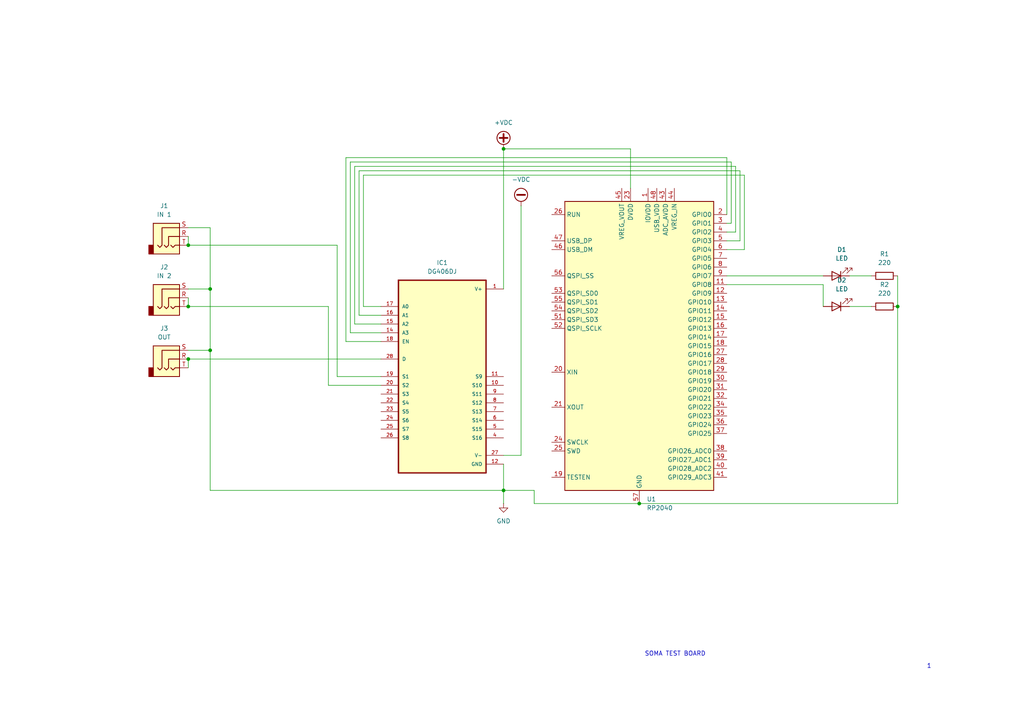
<source format=kicad_sch>
(kicad_sch (version 20250114) (generator "eeschema") (generator_version "9.0")
  (paper "A4")
  (lib_symbols
    (symbol "Connector_Audio:AudioJack3"
      (property "Reference" "J" (at 0 8.89 0))
      (property "Value" "AudioJack3" (at 0 6.35 0))
      (symbol "AudioJack3_0_1"
        (rectangle (start -5.08 -5.08) (end -6.35 -2.54) (stroke (width 0.254)) (fill (type outline)))
        (polyline (pts (xy -1.905 -2.54) (xy -1.27 -3.175) (xy -0.635 -2.54) (xy -0.635 0) (xy 2.54 0)) (stroke (width 0.254)))
        (polyline (pts (xy 0 -2.54) (xy 0.635 -3.175) (xy 1.27 -2.54) (xy 2.54 -2.54)) (stroke (width 0.254)))
        (rectangle (start 2.54 3.81) (end -5.08 -5.08) (stroke (width 0.254)) (fill (type background)))
        (polyline (pts (xy 2.54 2.54) (xy -2.54 2.54) (xy -2.54 -2.54) (xy -3.175 -3.175) (xy -3.81 -2.54)) (stroke (width 0.254)))
      )
      (symbol "AudioJack3_1_1"
        (pin passive line (at 5.08 2.54 180) (length 2.54) (name "~") (number "S"))
        (pin passive line (at 5.08 0 180) (length 2.54) (name "~") (number "R"))
        (pin passive line (at 5.08 -2.54 180) (length 2.54) (name "~") (number "T"))
      )
    )
    (symbol "DG406DJ:DG406DJ" (pin_names (offset 1.016))
      (property "Reference" "IC" (at -12.7 28.94 0))
      (property "Value" "DG406DJ" (at -12.7 -31.94 0))
      (symbol "DG406DJ_0_0"
        (rectangle (start -12.7 -27.94) (end 12.7 27.94) (stroke (width 0.41)) (fill (type background)))
        (pin input line (at -17.78 20.32 0) (length 5.08) (name "A0") (number "17"))
        (pin input line (at -17.78 17.78 0) (length 5.08) (name "A1") (number "16"))
        (pin input line (at -17.78 15.24 0) (length 5.08) (name "A2") (number "15"))
        (pin input line (at -17.78 12.7 0) (length 5.08) (name "A3") (number "14"))
        (pin input line (at -17.78 10.16 0) (length 5.08) (name "EN") (number "18"))
        (pin bidirectional line (at -17.78 5.08 0) (length 5.08) (name "D") (number "28"))
        (pin bidirectional line (at -17.78 0 0) (length 5.08) (name "S1") (number "19"))
        (pin bidirectional line (at -17.78 -2.54 0) (length 5.08) (name "S2") (number "20"))
        (pin bidirectional line (at -17.78 -5.08 0) (length 5.08) (name "S3") (number "21"))
        (pin bidirectional line (at -17.78 -7.62 0) (length 5.08) (name "S4") (number "22"))
        (pin bidirectional line (at -17.78 -10.16 0) (length 5.08) (name "S5") (number "23"))
        (pin bidirectional line (at -17.78 -12.7 0) (length 5.08) (name "S6") (number "24"))
        (pin bidirectional line (at -17.78 -15.24 0) (length 5.08) (name "S7") (number "25"))
        (pin bidirectional line (at -17.78 -17.78 0) (length 5.08) (name "S8") (number "26"))
        (pin power_in line (at 17.78 25.4 180) (length 5.08) (name "V+") (number "1"))
        (pin bidirectional line (at 17.78 0 180) (length 5.08) (name "S9") (number "11"))
        (pin bidirectional line (at 17.78 -2.54 180) (length 5.08) (name "S10") (number "10"))
        (pin bidirectional line (at 17.78 -5.08 180) (length 5.08) (name "S11") (number "9"))
        (pin bidirectional line (at 17.78 -7.62 180) (length 5.08) (name "S12") (number "8"))
        (pin bidirectional line (at 17.78 -10.16 180) (length 5.08) (name "S13") (number "7"))
        (pin bidirectional line (at 17.78 -12.7 180) (length 5.08) (name "S14") (number "6"))
        (pin bidirectional line (at 17.78 -15.24 180) (length 5.08) (name "S15") (number "5"))
        (pin bidirectional line (at 17.78 -17.78 180) (length 5.08) (name "S16") (number "4"))
        (pin power_in line (at 17.78 -22.86 180) (length 5.08) (name "V-") (number "27"))
        (pin power_in line (at 17.78 -25.4 180) (length 5.08) (name "GND") (number "12"))
      )
    )
    (symbol "Device:LED" (pin_numbers (hide yes)) (pin_names (offset 1.016) (hide yes))
      (property "Reference" "D" (at 0 2.54 0))
      (property "Value" "LED" (at 0 -2.54 0))
      (symbol "LED_0_1"
        (polyline (pts (xy -3.048 -0.762) (xy -4.572 -2.286) (xy -3.81 -2.286) (xy -4.572 -2.286) (xy -4.572 -1.524)))
        (polyline (pts (xy -1.778 -0.762) (xy -3.302 -2.286) (xy -2.54 -2.286) (xy -3.302 -2.286) (xy -3.302 -1.524)))
        (polyline (pts (xy -1.27 0) (xy 1.27 0)))
        (polyline (pts (xy -1.27 -1.27) (xy -1.27 1.27)) (stroke (width 0.254)))
        (polyline (pts (xy 1.27 -1.27) (xy 1.27 1.27) (xy -1.27 0) (xy 1.27 -1.27)) (stroke (width 0.254)))
      )
      (symbol "LED_1_1"
        (pin passive line (at -3.81 0 0) (length 2.54) (name "K") (number "1"))
        (pin passive line (at 3.81 0 180) (length 2.54) (name "A") (number "2"))
      )
    )
    (symbol "Device:R" (pin_numbers (hide yes)) (pin_names (offset 0))
      (property "Reference" "R" (at 2.032 0 90))
      (property "Value" "R" (at 0 0 90))
      (symbol "R_0_1"
        (rectangle (start -1.016 -2.54) (end 1.016 2.54) (stroke (width 0.254)))
      )
      (symbol "R_1_1"
        (pin passive line (at 0 3.81 270) (length 1.27) (name "~") (number "1"))
        (pin passive line (at 0 -3.81 90) (length 1.27) (name "~") (number "2"))
      )
    )
    (symbol "MCU_RaspberryPi:RP2040"
      (property "Reference" "U" (at 17.78 45.72 0))
      (property "Value" "RP2040" (at 17.78 43.18 0))
      (symbol "RP2040_0_1"
        (rectangle (start -21.59 41.91) (end 21.59 -41.91) (stroke (width 0.254)) (fill (type background)))
      )
      (symbol "RP2040_1_1"
        (pin input line (at -25.4 38.1 0) (length 3.81) (name "RUN") (number "26"))
        (pin bidirectional line (at -25.4 30.48 0) (length 3.81) (name "USB_DP") (number "47"))
        (pin bidirectional line (at -25.4 27.94 0) (length 3.81) (name "USB_DM") (number "46"))
        (pin bidirectional line (at -25.4 20.32 0) (length 3.81) (name "QSPI_SS") (number "56"))
        (pin bidirectional line (at -25.4 15.24 0) (length 3.81) (name "QSPI_SD0") (number "53"))
        (pin bidirectional line (at -25.4 12.7 0) (length 3.81) (name "QSPI_SD1") (number "55"))
        (pin bidirectional line (at -25.4 10.16 0) (length 3.81) (name "QSPI_SD2") (number "54"))
        (pin bidirectional line (at -25.4 7.62 0) (length 3.81) (name "QSPI_SD3") (number "51"))
        (pin output line (at -25.4 5.08 0) (length 3.81) (name "QSPI_SCLK") (number "52"))
        (pin input line (at -25.4 -7.62 0) (length 3.81) (name "XIN") (number "20"))
        (pin passive line (at -25.4 -17.78 0) (length 3.81) (name "XOUT") (number "21"))
        (pin input line (at -25.4 -27.94 0) (length 3.81) (name "SWCLK") (number "24"))
        (pin bidirectional line (at -25.4 -30.48 0) (length 3.81) (name "SWD") (number "25"))
        (pin input line (at -25.4 -38.1 0) (length 3.81) (name "TESTEN") (number "19"))
        (pin power_out line (at -5.08 45.72 270) (length 3.81) (name "VREG_VOUT") (number "45"))
        (pin power_in line (at -2.54 45.72 270) (length 3.81) (name "DVDD") (number "23"))
        (pin passive line (at -2.54 45.72 270) (length 3.81) (hide yes) (name "DVDD") (number "50"))
        (pin power_in line (at 0 -45.72 90) (length 3.81) (name "GND") (number "57"))
        (pin power_in line (at 2.54 45.72 270) (length 3.81) (name "IOVDD") (number "1"))
        (pin passive line (at 2.54 45.72 270) (length 3.81) (hide yes) (name "IOVDD") (number "10"))
        (pin passive line (at 2.54 45.72 270) (length 3.81) (hide yes) (name "IOVDD") (number "22"))
        (pin passive line (at 2.54 45.72 270) (length 3.81) (hide yes) (name "IOVDD") (number "33"))
        (pin passive line (at 2.54 45.72 270) (length 3.81) (hide yes) (name "IOVDD") (number "42"))
        (pin passive line (at 2.54 45.72 270) (length 3.81) (hide yes) (name "IOVDD") (number "49"))
        (pin power_in line (at 5.08 45.72 270) (length 3.81) (name "USB_VDD") (number "48"))
        (pin power_in line (at 7.62 45.72 270) (length 3.81) (name "ADC_AVDD") (number "43"))
        (pin power_in line (at 10.16 45.72 270) (length 3.81) (name "VREG_IN") (number "44"))
        (pin bidirectional line (at 25.4 38.1 180) (length 3.81) (name "GPIO0") (number "2"))
        (pin bidirectional line (at 25.4 35.56 180) (length 3.81) (name "GPIO1") (number "3"))
        (pin bidirectional line (at 25.4 33.02 180) (length 3.81) (name "GPIO2") (number "4"))
        (pin bidirectional line (at 25.4 30.48 180) (length 3.81) (name "GPIO3") (number "5"))
        (pin bidirectional line (at 25.4 27.94 180) (length 3.81) (name "GPIO4") (number "6"))
        (pin bidirectional line (at 25.4 25.4 180) (length 3.81) (name "GPIO5") (number "7"))
        (pin bidirectional line (at 25.4 22.86 180) (length 3.81) (name "GPIO6") (number "8"))
        (pin bidirectional line (at 25.4 20.32 180) (length 3.81) (name "GPIO7") (number "9"))
        (pin bidirectional line (at 25.4 17.78 180) (length 3.81) (name "GPIO8") (number "11"))
        (pin bidirectional line (at 25.4 15.24 180) (length 3.81) (name "GPIO9") (number "12"))
        (pin bidirectional line (at 25.4 12.7 180) (length 3.81) (name "GPIO10") (number "13"))
        (pin bidirectional line (at 25.4 10.16 180) (length 3.81) (name "GPIO11") (number "14"))
        (pin bidirectional line (at 25.4 7.62 180) (length 3.81) (name "GPIO12") (number "15"))
        (pin bidirectional line (at 25.4 5.08 180) (length 3.81) (name "GPIO13") (number "16"))
        (pin bidirectional line (at 25.4 2.54 180) (length 3.81) (name "GPIO14") (number "17"))
        (pin bidirectional line (at 25.4 0 180) (length 3.81) (name "GPIO15") (number "18"))
        (pin bidirectional line (at 25.4 -2.54 180) (length 3.81) (name "GPIO16") (number "27"))
        (pin bidirectional line (at 25.4 -5.08 180) (length 3.81) (name "GPIO17") (number "28"))
        (pin bidirectional line (at 25.4 -7.62 180) (length 3.81) (name "GPIO18") (number "29"))
        (pin bidirectional line (at 25.4 -10.16 180) (length 3.81) (name "GPIO19") (number "30"))
        (pin bidirectional line (at 25.4 -12.7 180) (length 3.81) (name "GPIO20") (number "31"))
        (pin bidirectional line (at 25.4 -15.24 180) (length 3.81) (name "GPIO21") (number "32"))
        (pin bidirectional line (at 25.4 -17.78 180) (length 3.81) (name "GPIO22") (number "34"))
        (pin bidirectional line (at 25.4 -20.32 180) (length 3.81) (name "GPIO23") (number "35"))
        (pin bidirectional line (at 25.4 -22.86 180) (length 3.81) (name "GPIO24") (number "36"))
        (pin bidirectional line (at 25.4 -25.4 180) (length 3.81) (name "GPIO25") (number "37"))
        (pin bidirectional line (at 25.4 -30.48 180) (length 3.81) (name "GPIO26_ADC0") (number "38"))
        (pin bidirectional line (at 25.4 -33.02 180) (length 3.81) (name "GPIO27_ADC1") (number "39"))
        (pin bidirectional line (at 25.4 -35.56 180) (length 3.81) (name "GPIO28_ADC2") (number "40"))
        (pin bidirectional line (at 25.4 -38.1 180) (length 3.81) (name "GPIO29_ADC3") (number "41"))
      )
    )
    (symbol "power:+VDC" (power) (pin_numbers (hide yes)) (pin_names (offset 0) (hide yes))
      (property "Value" "+VDC" (at 0 6.35 0))
      (symbol "+VDC_0_1"
        (polyline (pts (xy -1.143 3.175) (xy 1.143 3.175)) (stroke (width 0.508)))
        (circle (center 0 3.175) (radius 1.905) (stroke (width 0.254)))
        (polyline (pts (xy 0 2.032) (xy 0 4.318)) (stroke (width 0.508)))
        (polyline (pts (xy 0 0) (xy 0 1.27)))
      )
      (symbol "+VDC_1_1"
        (pin power_in line (at 0 0 90) (length 0) (name "~") (number "1"))
      )
    )
    (symbol "power:-VDC" (power) (pin_numbers (hide yes)) (pin_names (offset 0) (hide yes))
      (property "Value" "-VDC" (at 0 6.35 0))
      (symbol "-VDC_0_1"
        (polyline (pts (xy -1.143 3.175) (xy 1.143 3.175)) (stroke (width 0.508)))
        (circle (center 0 3.175) (radius 1.905) (stroke (width 0.254)))
        (polyline (pts (xy 0 0) (xy 0 1.27)))
      )
      (symbol "-VDC_1_1"
        (pin power_in line (at 0 0 90) (length 0) (name "~") (number "1"))
      )
    )
    (symbol "power:GND" (power) (pin_numbers (hide yes)) (pin_names (offset 0) (hide yes))
      (property "Value" "GND" (at 0 -3.81 0))
      (symbol "GND_0_1"
        (polyline (pts (xy 0 0) (xy 0 -1.27) (xy 1.27 -1.27) (xy 0 -2.54) (xy -1.27 -1.27) (xy 0 -1.27)))
      )
      (symbol "GND_1_1"
        (pin power_in line (at 0 0 270) (length 0) (name "~") (number "1"))
      )
    )
  )
  (text "1" (exclude_from_sim yes) (at 269.494 193.294 0) (effects (font (size 1.27 1.27))))
  (text "SOMA TEST BOARD" (exclude_from_sim yes) (at 195.834 189.738 0) (effects (font (size 1.27 1.27))))
  (junction (at 60.96 101.6))
  (junction (at 54.61 71.12))
  (junction (at 146.05 142.24))
  (junction (at 60.96 83.82))
  (junction (at 54.61 104.14))
  (junction (at 146.05 43.18))
  (junction (at 54.61 88.9))
  (junction (at 260.35 88.9))
  (junction (at 185.42 146.05))
  (wire (pts (xy 151.13 59.69) (xy 151.13 132.08)))
  (wire (pts (xy 210.82 64.77) (xy 212.09 64.77)))
  (wire (pts (xy 215.9 50.8) (xy 105.41 50.8)))
  (wire (pts (xy 102.87 48.26) (xy 102.87 93.98)))
  (wire (pts (xy 213.36 48.26) (xy 102.87 48.26)))
  (wire (pts (xy 54.61 101.6) (xy 60.96 101.6)))
  (wire (pts (xy 246.38 88.9) (xy 252.73 88.9)))
  (wire (pts (xy 97.79 71.12) (xy 97.79 109.22)))
  (wire (pts (xy 238.76 82.55) (xy 238.76 88.9)))
  (wire (pts (xy 151.13 132.08) (xy 146.05 132.08)))
  (wire (pts (xy 100.33 99.06) (xy 110.49 99.06)))
  (wire (pts (xy 210.82 62.23) (xy 210.82 45.72)))
  (wire (pts (xy 210.82 45.72) (xy 100.33 45.72)))
  (wire (pts (xy 210.82 72.39) (xy 215.9 72.39)))
  (wire (pts (xy 105.41 88.9) (xy 110.49 88.9)))
  (wire (pts (xy 54.61 104.14) (xy 54.61 106.68)))
  (wire (pts (xy 54.61 86.36) (xy 54.61 88.9)))
  (wire (pts (xy 154.94 142.24) (xy 146.05 142.24)))
  (wire (pts (xy 97.79 109.22) (xy 110.49 109.22)))
  (wire (pts (xy 212.09 64.77) (xy 212.09 46.99)))
  (wire (pts (xy 54.61 83.82) (xy 60.96 83.82)))
  (wire (pts (xy 260.35 80.01) (xy 260.35 88.9)))
  (wire (pts (xy 101.6 46.99) (xy 101.6 96.52)))
  (wire (pts (xy 212.09 46.99) (xy 101.6 46.99)))
  (wire (pts (xy 95.25 88.9) (xy 95.25 111.76)))
  (wire (pts (xy 101.6 96.52) (xy 110.49 96.52)))
  (wire (pts (xy 54.61 68.58) (xy 54.61 71.12)))
  (wire (pts (xy 54.61 88.9) (xy 95.25 88.9)))
  (wire (pts (xy 95.25 111.76) (xy 110.49 111.76)))
  (wire (pts (xy 54.61 71.12) (xy 97.79 71.12)))
  (wire (pts (xy 185.42 146.05) (xy 260.35 146.05)))
  (wire (pts (xy 154.94 146.05) (xy 154.94 142.24)))
  (wire (pts (xy 105.41 50.8) (xy 105.41 88.9)))
  (wire (pts (xy 146.05 142.24) (xy 146.05 134.62)))
  (wire (pts (xy 54.61 104.14) (xy 110.49 104.14)))
  (wire (pts (xy 54.61 66.04) (xy 60.96 66.04)))
  (wire (pts (xy 146.05 43.18) (xy 182.88 43.18)))
  (wire (pts (xy 182.88 43.18) (xy 182.88 54.61)))
  (wire (pts (xy 215.9 72.39) (xy 215.9 50.8)))
  (wire (pts (xy 100.33 45.72) (xy 100.33 99.06)))
  (wire (pts (xy 146.05 43.18) (xy 146.05 83.82)))
  (wire (pts (xy 214.63 69.85) (xy 214.63 49.53)))
  (wire (pts (xy 246.38 80.01) (xy 252.73 80.01)))
  (wire (pts (xy 104.14 49.53) (xy 104.14 91.44)))
  (wire (pts (xy 213.36 67.31) (xy 213.36 48.26)))
  (wire (pts (xy 60.96 83.82) (xy 60.96 101.6)))
  (wire (pts (xy 60.96 66.04) (xy 60.96 83.82)))
  (wire (pts (xy 210.82 82.55) (xy 238.76 82.55)))
  (wire (pts (xy 102.87 93.98) (xy 110.49 93.98)))
  (wire (pts (xy 210.82 80.01) (xy 238.76 80.01)))
  (wire (pts (xy 146.05 146.05) (xy 146.05 142.24)))
  (wire (pts (xy 60.96 142.24) (xy 146.05 142.24)))
  (wire (pts (xy 60.96 101.6) (xy 60.96 142.24)))
  (wire (pts (xy 214.63 49.53) (xy 104.14 49.53)))
  (wire (pts (xy 210.82 69.85) (xy 214.63 69.85)))
  (wire (pts (xy 185.42 146.05) (xy 154.94 146.05)))
  (wire (pts (xy 210.82 67.31) (xy 213.36 67.31)))
  (wire (pts (xy 260.35 88.9) (xy 260.35 146.05)))
  (wire (pts (xy 104.14 91.44) (xy 110.49 91.44)))
  (symbol (lib_id "Device:LED") (at 242.57 80.01 180) (unit 1)
    (property "Reference" "D1" (at 244.1575 72.39 0))
    (property "Value" "LED" (at 244.1575 74.93 0))
    (property "Description" "Light emitting diode" (effects (hide yes)))
    (property "Sim.Pins" "1=K 2=A" (effects (hide yes)))
  )
  (symbol (lib_id "MCU_RaspberryPi:RP2040") (at 185.42 100.33 0) (unit 1)
    (property "Reference" "U1" (at 187.5633 144.78 0) (effects (justify left)))
    (property "Value" "RP2040" (at 187.5633 147.32 0) (effects (justify left)))
    (property "Footprint" "Package_DFN_QFN:QFN-56-1EP_7x7mm_P0.4mm_EP3.2x3.2mm" (effects (hide yes)))
    (property "Datasheet" "https://datasheets.raspberrypi.com/rp2040/rp2040-datasheet.pdf" (effects (hide yes)))
    (property "Description" "A microcontroller by Raspberry Pi" (effects (hide yes)))
  )
  (symbol (lib_id "DG406DJ:DG406DJ") (at 128.27 109.22 0) (unit 1)
    (property "Reference" "IC1" (at 128.27 76.2 0))
    (property "Value" "DG406DJ" (at 128.27 78.74 0))
    (property "Footprint" "DG406DJ:DIP1555W46P254L3734H508Q28" (effects (hide yes)))
    (property "MF" "Analog Devices" (effects (hide yes)))
    (property "Description_1" "Improved, 16-Channel/Dual 8-Channel, CMOS Analog Multiplexers" (effects (hide yes)))
    (property "Package" "PDIP-28 Maxim" (effects (hide yes)))
    (property "Price" "None" (effects (hide yes)))
    (property "SnapEDA_Link" "https://www.snapeda.com/parts/DG406DJ+/Analog+Devices/view-part/?ref=snap" (effects (hide yes)))
    (property "MP" "DG406DJ+" (effects (hide yes)))
    (property "Availability" "In Stock" (effects (hide yes)))
    (property "Check_prices" "https://www.snapeda.com/parts/DG406DJ+/Analog+Devices/view-part/?ref=eda" (effects (hide yes)))
  )
  (symbol (lib_id "power:GND") (at 146.05 146.05 0) (unit 1)
    (property "Reference" "#PWR03" (effects (hide yes)))
    (property "Value" "GND" (at 146.05 151.13 0))
    (property "Description" "Power symbol creates a global label with name \"GND\" , ground" (effects (hide yes)))
  )
  (symbol (lib_id "Connector_Audio:AudioJack3") (at 49.53 104.14 0) (unit 1)
    (property "Reference" "J3" (at 47.625 95.25 0))
    (property "Value" "OUT" (at 47.625 97.79 0))
    (property "Description" "Audio Jack, 3 Poles (Stereo / TRS)" (effects (hide yes)))
  )
  (symbol (lib_id "power:+VDC") (at 146.05 43.18 0) (unit 1)
    (property "Reference" "#PWR01" (effects (hide yes)))
    (property "Value" "+VDC" (at 146.05 35.56 0))
    (property "Description" "Power symbol creates a global label with name \"+VDC\"" (effects (hide yes)))
  )
  (symbol (lib_id "Connector_Audio:AudioJack3") (at 49.53 86.36 0) (unit 1)
    (property "Reference" "J2" (at 47.625 77.47 0))
    (property "Value" "IN 2" (at 47.625 80.01 0))
    (property "Description" "Audio Jack, 3 Poles (Stereo / TRS)" (effects (hide yes)))
  )
  (symbol (lib_id "Device:R") (at 256.54 80.01 90) (unit 1)
    (property "Reference" "R1" (at 256.54 73.66 90))
    (property "Value" "220" (at 256.54 76.2 90))
    (property "Description" "Resistor" (effects (hide yes)))
  )
  (symbol (lib_id "Device:R") (at 256.54 88.9 90) (unit 1)
    (property "Reference" "R2" (at 256.54 82.55 90))
    (property "Value" "220" (at 256.54 85.09 90))
    (property "Description" "Resistor" (effects (hide yes)))
  )
  (symbol (lib_id "Device:LED") (at 242.57 88.9 180) (unit 1)
    (property "Reference" "D2" (at 244.1575 81.28 0))
    (property "Value" "LED" (at 244.1575 83.82 0))
    (property "Description" "Light emitting diode" (effects (hide yes)))
    (property "Sim.Pins" "1=K 2=A" (effects (hide yes)))
  )
  (symbol (lib_id "power:-VDC") (at 151.13 59.69 0) (unit 1)
    (property "Reference" "#PWR02" (effects (hide yes)))
    (property "Value" "-VDC" (at 151.13 52.07 0))
    (property "Description" "Power symbol creates a global label with name \"-VDC\"" (effects (hide yes)))
  )
  (symbol (lib_id "Connector_Audio:AudioJack3") (at 49.53 68.58 0) (unit 1)
    (property "Reference" "J1" (at 47.625 59.69 0))
    (property "Value" "IN 1" (at 47.625 62.23 0))
    (property "Description" "Audio Jack, 3 Poles (Stereo / TRS)" (effects (hide yes)))
  )
)
</source>
